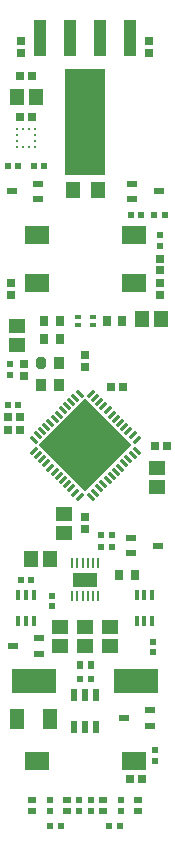
<source format=gbr>
%TF.GenerationSoftware,Altium Limited,Altium Designer,24.2.2 (26)*%
G04 Layer_Color=8421504*
%FSLAX45Y45*%
%MOMM*%
%TF.SameCoordinates,505FE19A-96A0-4540-A324-069B6CBC3D10*%
%TF.FilePolarity,Positive*%
%TF.FileFunction,Paste,Top*%
%TF.Part,Single*%
G01*
G75*
%TA.AperFunction,SMDPad,CuDef*%
%ADD10R,0.72000X0.72000*%
%ADD11P,7.91960X4X360.0*%
G04:AMPARAMS|DCode=12|XSize=0.25mm|YSize=0.85mm|CornerRadius=0mm|HoleSize=0mm|Usage=FLASHONLY|Rotation=315.000|XOffset=0mm|YOffset=0mm|HoleType=Round|Shape=Round|*
%AMOVALD12*
21,1,0.60000,0.25000,0.00000,0.00000,45.0*
1,1,0.25000,-0.21213,-0.21213*
1,1,0.25000,0.21213,0.21213*
%
%ADD12OVALD12*%

G04:AMPARAMS|DCode=13|XSize=0.25mm|YSize=0.85mm|CornerRadius=0mm|HoleSize=0mm|Usage=FLASHONLY|Rotation=45.000|XOffset=0mm|YOffset=0mm|HoleType=Round|Shape=Round|*
%AMOVALD13*
21,1,0.60000,0.25000,0.00000,0.00000,135.0*
1,1,0.25000,0.21213,-0.21213*
1,1,0.25000,-0.21213,0.21213*
%
%ADD13OVALD13*%

%ADD15R,0.90000X1.00000*%
G04:AMPARAMS|DCode=16|XSize=0.9mm|YSize=1mm|CornerRadius=0mm|HoleSize=0mm|Usage=FLASHONLY|Rotation=0.000|XOffset=0mm|YOffset=0mm|HoleType=Round|Shape=Octagon|*
%AMOCTAGOND16*
4,1,8,-0.22500,0.50000,0.22500,0.50000,0.45000,0.27500,0.45000,-0.27500,0.22500,-0.50000,-0.22500,-0.50000,-0.45000,-0.27500,-0.45000,0.27500,-0.22500,0.50000,0.0*
%
%ADD16OCTAGOND16*%

%ADD17R,3.40360X8.99160*%
%ADD18R,1.29540X1.39700*%
%ADD19R,2.00000X1.50000*%
%ADD20R,0.72000X0.72000*%
%ADD21R,1.02000X3.17000*%
%ADD22R,1.30000X1.45000*%
%ADD23R,1.30000X1.80000*%
%ADD24R,1.45000X1.30000*%
%ADD25R,0.40000X0.85000*%
%ADD26R,0.55000X0.55000*%
%ADD27R,0.55000X0.55000*%
%ADD28R,0.60000X1.00000*%
%ADD29R,0.25000X0.95000*%
%ADD30R,2.00000X1.19000*%
%ADD31R,0.80000X0.95000*%
%ADD33R,3.80000X2.03000*%
%ADD34R,0.90000X0.50000*%
%ADD35R,0.25000X0.27500*%
%ADD36R,0.27500X0.25000*%
%ADD37R,0.50000X0.70000*%
%ADD38R,0.70000X0.50000*%
%ADD39R,0.50000X0.40000*%
D10*
X4590000Y6090000D02*
D03*
X4490000D02*
D03*
X3450000Y8880000D02*
D03*
X3350000D02*
D03*
Y9230000D02*
D03*
X3450000D02*
D03*
X4280000Y3270000D02*
D03*
X4380000D02*
D03*
X3350000Y6230000D02*
D03*
X3250000D02*
D03*
X4120000Y6590000D02*
D03*
X4220000D02*
D03*
X3250000Y6340000D02*
D03*
X3350000D02*
D03*
D11*
X3900000Y6100000D02*
D03*
D12*
X3947730Y6536638D02*
D03*
X3983085Y6501283D02*
D03*
X4018441Y6465928D02*
D03*
X4053796Y6430572D02*
D03*
X4089151Y6395217D02*
D03*
X4124506Y6359862D02*
D03*
X4159862Y6324506D02*
D03*
X4195217Y6289151D02*
D03*
X4230572Y6253796D02*
D03*
X4265928Y6218440D02*
D03*
X4301283Y6183085D02*
D03*
X4336639Y6147730D02*
D03*
X3852270Y5663362D02*
D03*
X3816915Y5698717D02*
D03*
X3781560Y5734072D02*
D03*
X3746204Y5769428D02*
D03*
X3710849Y5804783D02*
D03*
X3675494Y5840138D02*
D03*
X3640139Y5875494D02*
D03*
X3604783Y5910849D02*
D03*
X3569428Y5946204D02*
D03*
X3534072Y5981560D02*
D03*
X3498717Y6016915D02*
D03*
X3463362Y6052270D02*
D03*
D13*
X4336639D02*
D03*
X4301283Y6016915D02*
D03*
X4265928Y5981560D02*
D03*
X4230572Y5946204D02*
D03*
X4195217Y5910849D02*
D03*
X4159862Y5875494D02*
D03*
X4124506Y5840138D02*
D03*
X4089151Y5804783D02*
D03*
X4053796Y5769428D02*
D03*
X4018440Y5734072D02*
D03*
X3983085Y5698717D02*
D03*
X3947730Y5663362D02*
D03*
X3463362Y6147730D02*
D03*
X3498717Y6183085D02*
D03*
X3534072Y6218440D02*
D03*
X3569428Y6253796D02*
D03*
X3604783Y6289151D02*
D03*
X3640139Y6324506D02*
D03*
X3675494Y6359862D02*
D03*
X3710849Y6395217D02*
D03*
X3746204Y6430572D02*
D03*
X3781560Y6465928D02*
D03*
X3816915Y6501283D02*
D03*
X3852270Y6536638D02*
D03*
D15*
X3677500Y6607500D02*
D03*
Y6792500D02*
D03*
X3522500Y6607500D02*
D03*
D16*
Y6792500D02*
D03*
D17*
X3900000Y8840000D02*
D03*
D18*
X3795000Y8260000D02*
D03*
X4005000D02*
D03*
D19*
X3490000Y7880000D02*
D03*
X4310000D02*
D03*
X3490000Y7470000D02*
D03*
X4310000D02*
D03*
X3490000Y3430000D02*
D03*
X4310000D02*
D03*
D20*
X4440000Y9520000D02*
D03*
Y9420000D02*
D03*
X3380000Y6690000D02*
D03*
Y6790000D02*
D03*
X4530000Y7680000D02*
D03*
Y7580000D02*
D03*
X3360000Y9520000D02*
D03*
Y9420000D02*
D03*
X3270000Y7370000D02*
D03*
Y7470000D02*
D03*
X3900000Y6860000D02*
D03*
Y6760000D02*
D03*
Y5490000D02*
D03*
Y5390000D02*
D03*
X4530000Y7470000D02*
D03*
Y7370000D02*
D03*
D21*
X4281000Y9544700D02*
D03*
X4027000D02*
D03*
X3773000D02*
D03*
X3519000D02*
D03*
D22*
X3320000Y9050000D02*
D03*
X3480000D02*
D03*
X3440000Y5140000D02*
D03*
X3600000D02*
D03*
X4380000Y7170000D02*
D03*
X4540000D02*
D03*
D23*
X3600000Y3780000D02*
D03*
X3320000D02*
D03*
D24*
Y6950000D02*
D03*
Y7110000D02*
D03*
X3690000Y4400000D02*
D03*
Y4560000D02*
D03*
X3900000Y4400000D02*
D03*
Y4560000D02*
D03*
X4110000D02*
D03*
Y4400000D02*
D03*
X3720000Y5520000D02*
D03*
Y5360000D02*
D03*
X4510000Y5910000D02*
D03*
Y5750000D02*
D03*
D25*
X3335000Y4832500D02*
D03*
X3400000D02*
D03*
X3465000D02*
D03*
Y4607500D02*
D03*
X3400000D02*
D03*
X3335000D02*
D03*
X4335000D02*
D03*
X4400000D02*
D03*
X4465000D02*
D03*
Y4832500D02*
D03*
X4400000D02*
D03*
X4335000D02*
D03*
D26*
X4575000Y8050000D02*
D03*
X4485000D02*
D03*
X4375000D02*
D03*
X4285000D02*
D03*
X3945000Y4120000D02*
D03*
X3855000D02*
D03*
X3245000Y6440000D02*
D03*
X3335000D02*
D03*
X3605000Y2880000D02*
D03*
X3695000D02*
D03*
X4195000D02*
D03*
X4105000D02*
D03*
X3335000Y8460000D02*
D03*
X3245000D02*
D03*
X3465000D02*
D03*
X3555000D02*
D03*
X4125000Y5340000D02*
D03*
X4035000D02*
D03*
X4125000Y5240000D02*
D03*
X4035000D02*
D03*
X3445000Y4960000D02*
D03*
X3355000D02*
D03*
D27*
X4200000Y3005000D02*
D03*
Y3095000D02*
D03*
X3600000Y3005000D02*
D03*
Y3095000D02*
D03*
X3950000Y3005000D02*
D03*
Y3095000D02*
D03*
X3850000Y3005000D02*
D03*
Y3095000D02*
D03*
X3260000Y6695000D02*
D03*
Y6785000D02*
D03*
X4490000Y3430000D02*
D03*
Y3520000D02*
D03*
X4530000Y7880000D02*
D03*
Y7790000D02*
D03*
X4470000Y4345000D02*
D03*
Y4435000D02*
D03*
X3620000Y4735000D02*
D03*
Y4825000D02*
D03*
D28*
X3995000Y3712500D02*
D03*
X3900000D02*
D03*
X3805000D02*
D03*
Y3987500D02*
D03*
X3900000D02*
D03*
X3995000D02*
D03*
D29*
X3787500Y4820500D02*
D03*
X3832500D02*
D03*
X3877500D02*
D03*
X3922500D02*
D03*
X3967500D02*
D03*
X4012500D02*
D03*
X3787500Y5099500D02*
D03*
X3832500D02*
D03*
X3877500D02*
D03*
X3922500D02*
D03*
X3967500D02*
D03*
X4012500D02*
D03*
D30*
X3900000Y4960000D02*
D03*
D31*
X3555000Y7150000D02*
D03*
X3685000D02*
D03*
X4215000D02*
D03*
X4085000D02*
D03*
X3555000Y7000000D02*
D03*
X3685000D02*
D03*
X4190000Y5000000D02*
D03*
X4320000D02*
D03*
D33*
X4330000Y4100000D02*
D03*
X3470000D02*
D03*
D34*
X4522500Y8250000D02*
D03*
X4297500Y8185000D02*
D03*
Y8315000D02*
D03*
X3277500Y8250000D02*
D03*
X3502500Y8315000D02*
D03*
Y8185000D02*
D03*
X4227500Y3790000D02*
D03*
X4452500Y3855000D02*
D03*
Y3725000D02*
D03*
X3287500Y4400000D02*
D03*
X3512500Y4465000D02*
D03*
Y4335000D02*
D03*
X4512500Y5250000D02*
D03*
X4287500Y5185000D02*
D03*
Y5315000D02*
D03*
D35*
X3325000Y8623750D02*
D03*
X3375000D02*
D03*
X3425000D02*
D03*
X3475000D02*
D03*
Y8776250D02*
D03*
X3425000D02*
D03*
X3375000D02*
D03*
X3325000D02*
D03*
D36*
X3476250Y8674990D02*
D03*
Y8724990D02*
D03*
X3323750D02*
D03*
Y8674990D02*
D03*
D37*
X3855000Y4240000D02*
D03*
X3945000D02*
D03*
D38*
X3450000Y3095000D02*
D03*
Y3005000D02*
D03*
X3750000Y3095000D02*
D03*
Y3005000D02*
D03*
X4050000Y3095000D02*
D03*
Y3005000D02*
D03*
X4350000Y3095000D02*
D03*
Y3005000D02*
D03*
D39*
X3965000Y7115000D02*
D03*
X3835000D02*
D03*
X3965000Y7185000D02*
D03*
X3835000D02*
D03*
%TF.MD5,d541e7289d9b3c9d5d96c2df10dc6e16*%
M02*

</source>
